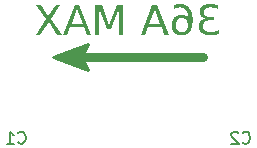
<source format=gbr>
%TF.GenerationSoftware,KiCad,Pcbnew,5.1.7*%
%TF.CreationDate,2020-10-28T23:18:40-04:00*%
%TF.ProjectId,current-sensor-backpanel,63757272-656e-4742-9d73-656e736f722d,0*%
%TF.SameCoordinates,Original*%
%TF.FileFunction,Legend,Bot*%
%TF.FilePolarity,Positive*%
%FSLAX46Y46*%
G04 Gerber Fmt 4.6, Leading zero omitted, Abs format (unit mm)*
G04 Created by KiCad (PCBNEW 5.1.7) date 2020-10-28 23:18:40*
%MOMM*%
%LPD*%
G01*
G04 APERTURE LIST*
%ADD10C,0.100000*%
%ADD11C,0.765001*%
%ADD12C,0.265000*%
%ADD13C,0.150000*%
G04 APERTURE END LIST*
D10*
%TO.C,C3*%
G36*
X175992264Y-124613348D02*
G01*
X175978473Y-124616404D01*
X175964852Y-124619638D01*
X175951401Y-124623049D01*
X175938121Y-124626639D01*
X175925010Y-124630408D01*
X175912070Y-124634354D01*
X175899300Y-124638478D01*
X175886699Y-124642781D01*
X175874269Y-124647261D01*
X175862010Y-124651920D01*
X175849920Y-124656756D01*
X175838000Y-124661771D01*
X175826251Y-124666964D01*
X175814671Y-124672335D01*
X175803262Y-124677884D01*
X175792023Y-124683612D01*
X175780954Y-124689517D01*
X175770055Y-124695600D01*
X175759326Y-124701862D01*
X175748768Y-124708301D01*
X175738379Y-124714919D01*
X175728161Y-124721715D01*
X175718113Y-124728689D01*
X175708235Y-124735841D01*
X175698527Y-124743171D01*
X175688989Y-124750679D01*
X175679621Y-124758366D01*
X175670424Y-124766230D01*
X175661396Y-124774273D01*
X175652539Y-124782493D01*
X175643852Y-124790892D01*
X175635335Y-124799469D01*
X175626988Y-124808224D01*
X175618811Y-124817157D01*
X175610804Y-124826268D01*
X175602968Y-124835557D01*
X175595230Y-124844996D01*
X175587710Y-124854558D01*
X175580407Y-124864242D01*
X175573323Y-124874049D01*
X175566457Y-124883977D01*
X175559808Y-124894028D01*
X175553378Y-124904201D01*
X175547166Y-124914497D01*
X175541171Y-124924914D01*
X175535395Y-124935454D01*
X175529837Y-124946116D01*
X175524496Y-124956901D01*
X175519374Y-124967808D01*
X175514469Y-124978837D01*
X175509783Y-124989988D01*
X175505314Y-125001262D01*
X175501064Y-125012658D01*
X175497031Y-125024176D01*
X175493217Y-125035817D01*
X175489620Y-125047579D01*
X175486241Y-125059464D01*
X175483081Y-125071472D01*
X175480138Y-125083601D01*
X175477413Y-125095853D01*
X175474906Y-125108227D01*
X175472618Y-125120724D01*
X175470547Y-125133343D01*
X175468694Y-125146084D01*
X175467059Y-125158947D01*
X175465642Y-125171932D01*
X175464444Y-125185040D01*
X175463463Y-125198270D01*
X175462700Y-125211623D01*
X175462155Y-125225098D01*
X175461828Y-125238695D01*
X175461719Y-125252414D01*
X175461805Y-125266200D01*
X175462065Y-125279872D01*
X175462498Y-125293430D01*
X175463104Y-125306875D01*
X175463883Y-125320205D01*
X175464835Y-125333422D01*
X175465960Y-125346525D01*
X175467258Y-125359514D01*
X175468730Y-125372389D01*
X175470374Y-125385150D01*
X175472192Y-125397797D01*
X175474183Y-125410330D01*
X175476347Y-125422750D01*
X175478684Y-125435055D01*
X175481194Y-125447247D01*
X175483877Y-125459325D01*
X175486733Y-125471289D01*
X175489763Y-125483139D01*
X175492965Y-125494875D01*
X175496341Y-125506497D01*
X175499889Y-125518005D01*
X175503611Y-125529400D01*
X175507506Y-125540680D01*
X175511574Y-125551847D01*
X175515815Y-125562900D01*
X175520230Y-125573839D01*
X175524817Y-125584664D01*
X175529578Y-125595375D01*
X175534511Y-125605972D01*
X175539618Y-125616455D01*
X175544898Y-125626825D01*
X175550351Y-125637080D01*
X175555977Y-125647222D01*
X175561776Y-125657250D01*
X175567748Y-125667164D01*
X175573894Y-125676964D01*
X175580212Y-125686650D01*
X175586704Y-125696222D01*
X175593368Y-125705680D01*
X175600206Y-125715025D01*
X175607217Y-125724256D01*
X175614401Y-125733372D01*
X175621758Y-125742375D01*
X175629288Y-125751264D01*
X175636992Y-125760039D01*
X175644868Y-125768700D01*
X175652918Y-125777247D01*
X175661141Y-125785681D01*
X175669536Y-125794000D01*
X175678105Y-125802206D01*
X175686847Y-125810298D01*
X175695762Y-125818275D01*
X175704851Y-125826139D01*
X175714112Y-125833889D01*
X175723546Y-125841525D01*
X175732050Y-125848195D01*
X175740668Y-125854756D01*
X175749401Y-125861208D01*
X175758248Y-125867552D01*
X175767211Y-125873787D01*
X175776288Y-125879914D01*
X175785479Y-125885933D01*
X175794786Y-125891843D01*
X175804207Y-125897645D01*
X175813743Y-125903338D01*
X175823393Y-125908923D01*
X175833159Y-125914400D01*
X175843039Y-125919767D01*
X175853033Y-125925027D01*
X175863143Y-125930178D01*
X175873367Y-125935221D01*
X175883706Y-125940155D01*
X175894159Y-125944981D01*
X175904728Y-125949698D01*
X175915411Y-125954307D01*
X175926208Y-125958807D01*
X175937121Y-125963199D01*
X175948148Y-125967483D01*
X175959290Y-125971658D01*
X175970547Y-125975724D01*
X175981918Y-125979683D01*
X175993404Y-125983532D01*
X176005005Y-125987274D01*
X176016720Y-125990906D01*
X176028550Y-125994431D01*
X176040495Y-125997847D01*
X176052555Y-126001154D01*
X176064729Y-126004353D01*
X176077018Y-126007444D01*
X176089422Y-126010426D01*
X176101941Y-126013300D01*
X176114574Y-126016065D01*
X176127322Y-126018722D01*
X176140185Y-126021271D01*
X176153162Y-126023711D01*
X176166254Y-126026042D01*
X176179461Y-126028265D01*
X176192782Y-126030380D01*
X176206219Y-126032386D01*
X176219770Y-126034284D01*
X176233435Y-126036073D01*
X176247216Y-126037754D01*
X176261111Y-126039326D01*
X176275121Y-126040790D01*
X176289245Y-126042146D01*
X176303484Y-126043393D01*
X176317838Y-126044532D01*
X176332307Y-126045562D01*
X176346890Y-126046484D01*
X176361589Y-126047297D01*
X176376401Y-126048002D01*
X176391329Y-126048598D01*
X176406371Y-126049086D01*
X176421528Y-126049466D01*
X176436800Y-126049737D01*
X176452186Y-126049900D01*
X176467687Y-126049954D01*
X176480158Y-126049905D01*
X176492659Y-126049760D01*
X176505191Y-126049518D01*
X176517754Y-126049179D01*
X176530346Y-126048744D01*
X176542970Y-126048211D01*
X176555624Y-126047582D01*
X176568309Y-126046855D01*
X176581024Y-126046032D01*
X176593770Y-126045112D01*
X176606546Y-126044096D01*
X176619353Y-126042982D01*
X176632191Y-126041772D01*
X176645059Y-126040465D01*
X176657958Y-126039061D01*
X176670887Y-126037560D01*
X176683847Y-126035962D01*
X176696837Y-126034268D01*
X176709858Y-126032476D01*
X176722910Y-126030588D01*
X176735992Y-126028603D01*
X176749105Y-126026521D01*
X176762248Y-126024343D01*
X176775422Y-126022067D01*
X176788627Y-126019695D01*
X176801862Y-126017226D01*
X176814058Y-126014969D01*
X176826285Y-126012629D01*
X176838543Y-126010206D01*
X176850832Y-126007699D01*
X176863151Y-126005109D01*
X176875501Y-126002435D01*
X176887882Y-125999677D01*
X176900293Y-125996837D01*
X176912736Y-125993912D01*
X176925209Y-125990904D01*
X176937713Y-125987813D01*
X176950247Y-125984638D01*
X176962813Y-125981380D01*
X176975409Y-125978038D01*
X176988036Y-125974613D01*
X177000693Y-125971104D01*
X177013382Y-125967511D01*
X177026101Y-125963836D01*
X177038851Y-125960076D01*
X177051632Y-125956234D01*
X177064443Y-125952307D01*
X177077285Y-125948298D01*
X177090158Y-125944204D01*
X177103062Y-125940028D01*
X177115996Y-125935767D01*
X177128962Y-125931424D01*
X177141958Y-125926997D01*
X177154984Y-125922486D01*
X177154984Y-125586589D01*
X177144229Y-125592784D01*
X177133397Y-125598867D01*
X177122490Y-125604835D01*
X177111507Y-125610690D01*
X177100449Y-125616432D01*
X177089315Y-125622061D01*
X177078105Y-125627576D01*
X177066820Y-125632977D01*
X177055459Y-125638265D01*
X177044023Y-125643440D01*
X177032511Y-125648501D01*
X177020923Y-125653449D01*
X177009260Y-125658284D01*
X176997521Y-125663005D01*
X176985707Y-125667613D01*
X176973817Y-125672107D01*
X176961851Y-125676488D01*
X176949810Y-125680755D01*
X176937693Y-125684909D01*
X176925500Y-125688949D01*
X176913232Y-125692877D01*
X176900888Y-125696690D01*
X176888469Y-125700391D01*
X176875974Y-125703977D01*
X176863404Y-125707451D01*
X176850757Y-125710811D01*
X176838035Y-125714057D01*
X176825712Y-125717079D01*
X176813349Y-125719990D01*
X176800946Y-125722791D01*
X176788503Y-125725483D01*
X176776022Y-125728064D01*
X176763500Y-125730536D01*
X176750939Y-125732898D01*
X176738339Y-125735150D01*
X176725699Y-125737292D01*
X176713019Y-125739325D01*
X176700300Y-125741247D01*
X176687541Y-125743060D01*
X176674743Y-125744763D01*
X176661905Y-125746355D01*
X176649028Y-125747839D01*
X176636111Y-125749212D01*
X176623154Y-125750475D01*
X176610158Y-125751629D01*
X176597123Y-125752672D01*
X176584047Y-125753606D01*
X176570933Y-125754430D01*
X176557779Y-125755144D01*
X176544585Y-125755748D01*
X176531351Y-125756243D01*
X176518079Y-125756627D01*
X176504766Y-125756902D01*
X176491414Y-125757067D01*
X176478023Y-125757121D01*
X176462151Y-125757045D01*
X176446466Y-125756814D01*
X176430967Y-125756430D01*
X176415654Y-125755892D01*
X176400529Y-125755200D01*
X176385589Y-125754355D01*
X176370836Y-125753356D01*
X176356270Y-125752203D01*
X176341890Y-125750896D01*
X176327697Y-125749436D01*
X176313690Y-125747822D01*
X176299870Y-125746055D01*
X176286236Y-125744133D01*
X176272788Y-125742058D01*
X176259528Y-125739829D01*
X176246453Y-125737447D01*
X176233565Y-125734911D01*
X176220864Y-125732221D01*
X176208349Y-125729377D01*
X176196021Y-125726380D01*
X176183879Y-125723229D01*
X176171923Y-125719924D01*
X176160155Y-125716466D01*
X176148572Y-125712854D01*
X176137176Y-125709088D01*
X176125967Y-125705168D01*
X176114944Y-125701095D01*
X176104108Y-125696868D01*
X176093458Y-125692487D01*
X176082994Y-125687953D01*
X176072718Y-125683265D01*
X176062627Y-125678423D01*
X176052723Y-125673428D01*
X176043006Y-125668279D01*
X176033475Y-125662976D01*
X176024131Y-125657519D01*
X176014973Y-125651909D01*
X176006001Y-125646145D01*
X175997216Y-125640227D01*
X175988618Y-125634155D01*
X175980206Y-125627930D01*
X175970504Y-125620452D01*
X175961082Y-125612783D01*
X175951942Y-125604923D01*
X175943083Y-125596871D01*
X175934506Y-125588628D01*
X175926209Y-125580194D01*
X175918194Y-125571569D01*
X175910460Y-125562752D01*
X175903008Y-125553744D01*
X175895836Y-125544545D01*
X175888946Y-125535155D01*
X175882337Y-125525573D01*
X175876009Y-125515800D01*
X175869963Y-125505836D01*
X175864198Y-125495681D01*
X175858714Y-125485334D01*
X175853511Y-125474796D01*
X175848589Y-125464067D01*
X175843949Y-125453147D01*
X175839590Y-125442036D01*
X175835512Y-125430733D01*
X175831715Y-125419239D01*
X175828200Y-125407554D01*
X175824966Y-125395677D01*
X175822013Y-125383610D01*
X175819341Y-125371351D01*
X175816951Y-125358901D01*
X175814841Y-125346259D01*
X175813013Y-125333427D01*
X175811467Y-125320403D01*
X175810201Y-125307188D01*
X175809217Y-125293781D01*
X175808514Y-125280184D01*
X175808092Y-125266395D01*
X175807951Y-125252415D01*
X175808098Y-125238726D01*
X175808540Y-125225221D01*
X175809275Y-125211899D01*
X175810305Y-125198761D01*
X175811629Y-125185806D01*
X175813247Y-125173035D01*
X175815159Y-125160447D01*
X175817366Y-125148043D01*
X175819867Y-125135822D01*
X175822662Y-125123785D01*
X175825751Y-125111931D01*
X175829134Y-125100261D01*
X175832812Y-125088774D01*
X175836784Y-125077471D01*
X175841050Y-125066351D01*
X175845610Y-125055415D01*
X175850464Y-125044662D01*
X175855613Y-125034092D01*
X175861056Y-125023706D01*
X175866793Y-125013504D01*
X175872824Y-125003485D01*
X175879150Y-124993650D01*
X175885770Y-124983998D01*
X175892684Y-124974529D01*
X175899892Y-124965244D01*
X175907394Y-124956143D01*
X175915191Y-124947225D01*
X175923281Y-124938490D01*
X175931666Y-124929939D01*
X175940345Y-124921572D01*
X175949319Y-124913388D01*
X175958586Y-124905387D01*
X175968148Y-124897570D01*
X175976806Y-124890681D01*
X175985648Y-124883981D01*
X175994674Y-124877469D01*
X176003883Y-124871147D01*
X176013276Y-124865013D01*
X176022852Y-124859067D01*
X176032612Y-124853311D01*
X176042556Y-124847743D01*
X176052684Y-124842364D01*
X176062995Y-124837174D01*
X176073491Y-124832172D01*
X176084169Y-124827359D01*
X176095032Y-124822735D01*
X176106078Y-124818300D01*
X176117308Y-124814053D01*
X176128722Y-124809996D01*
X176140319Y-124806126D01*
X176152100Y-124802446D01*
X176164065Y-124798954D01*
X176176213Y-124795652D01*
X176188545Y-124792537D01*
X176201061Y-124789612D01*
X176213761Y-124786875D01*
X176226644Y-124784327D01*
X176239711Y-124781968D01*
X176252961Y-124779798D01*
X176266396Y-124777816D01*
X176280014Y-124776023D01*
X176293816Y-124774419D01*
X176307801Y-124773003D01*
X176321970Y-124771776D01*
X176336323Y-124770738D01*
X176350860Y-124769889D01*
X176365580Y-124769228D01*
X176380484Y-124768756D01*
X176395572Y-124768473D01*
X176410843Y-124768379D01*
X176710567Y-124768379D01*
X176710567Y-124482435D01*
X176397063Y-124482435D01*
X176381619Y-124482342D01*
X176366396Y-124482062D01*
X176351394Y-124481595D01*
X176336614Y-124480942D01*
X176322055Y-124480102D01*
X176307718Y-124479075D01*
X176293602Y-124477862D01*
X176279708Y-124476462D01*
X176266035Y-124474876D01*
X176252584Y-124473102D01*
X176239354Y-124471143D01*
X176226346Y-124468996D01*
X176213559Y-124466663D01*
X176200993Y-124464143D01*
X176188649Y-124461437D01*
X176176526Y-124458544D01*
X176164625Y-124455464D01*
X176152945Y-124452198D01*
X176141487Y-124448745D01*
X176130250Y-124445105D01*
X176119234Y-124441279D01*
X176108440Y-124437266D01*
X176097868Y-124433066D01*
X176087517Y-124428680D01*
X176077387Y-124424107D01*
X176067479Y-124419348D01*
X176057792Y-124414402D01*
X176048327Y-124409269D01*
X176039083Y-124403949D01*
X176030060Y-124398443D01*
X176021259Y-124392750D01*
X176012680Y-124386871D01*
X176004322Y-124380805D01*
X175994775Y-124373308D01*
X175985576Y-124365583D01*
X175976724Y-124357630D01*
X175968219Y-124349447D01*
X175960061Y-124341037D01*
X175952250Y-124332398D01*
X175944786Y-124323530D01*
X175937670Y-124314434D01*
X175930900Y-124305109D01*
X175924478Y-124295556D01*
X175918403Y-124285775D01*
X175912675Y-124275765D01*
X175907294Y-124265526D01*
X175902261Y-124255059D01*
X175897574Y-124244363D01*
X175893235Y-124233439D01*
X175889243Y-124222287D01*
X175885598Y-124210905D01*
X175882300Y-124199296D01*
X175879349Y-124187458D01*
X175876746Y-124175391D01*
X175874489Y-124163096D01*
X175872580Y-124150572D01*
X175871018Y-124137820D01*
X175869803Y-124124840D01*
X175868935Y-124111631D01*
X175868414Y-124098193D01*
X175868240Y-124084527D01*
X175868408Y-124070976D01*
X175868912Y-124057646D01*
X175869752Y-124044538D01*
X175870928Y-124031650D01*
X175872439Y-124018984D01*
X175874287Y-124006539D01*
X175876470Y-123994315D01*
X175878990Y-123982313D01*
X175881845Y-123970531D01*
X175885036Y-123958971D01*
X175888563Y-123947632D01*
X175892426Y-123936515D01*
X175896625Y-123925618D01*
X175901159Y-123914943D01*
X175906030Y-123904489D01*
X175911237Y-123894256D01*
X175916779Y-123884244D01*
X175922657Y-123874454D01*
X175928872Y-123864884D01*
X175935422Y-123855536D01*
X175942308Y-123846409D01*
X175949530Y-123837504D01*
X175957088Y-123828819D01*
X175964982Y-123820356D01*
X175973212Y-123812114D01*
X175981777Y-123804093D01*
X175990679Y-123796294D01*
X175999916Y-123788715D01*
X176009489Y-123781358D01*
X176017803Y-123775168D01*
X176026328Y-123769163D01*
X176035064Y-123763343D01*
X176044012Y-123757707D01*
X176053172Y-123752256D01*
X176062543Y-123746990D01*
X176072126Y-123741909D01*
X176081920Y-123737013D01*
X176091926Y-123732301D01*
X176102144Y-123727774D01*
X176112573Y-123723432D01*
X176123213Y-123719275D01*
X176134066Y-123715302D01*
X176145130Y-123711514D01*
X176156405Y-123707911D01*
X176167892Y-123704493D01*
X176179591Y-123701259D01*
X176191501Y-123698211D01*
X176203623Y-123695347D01*
X176215957Y-123692668D01*
X176228502Y-123690173D01*
X176241259Y-123687863D01*
X176254227Y-123685739D01*
X176267407Y-123683798D01*
X176280798Y-123682043D01*
X176294401Y-123680473D01*
X176308216Y-123679087D01*
X176322242Y-123677886D01*
X176336480Y-123676870D01*
X176350930Y-123676038D01*
X176365591Y-123675391D01*
X176380463Y-123674929D01*
X176395547Y-123674652D01*
X176410843Y-123674560D01*
X176422793Y-123674614D01*
X176434815Y-123674775D01*
X176446909Y-123675044D01*
X176459075Y-123675421D01*
X176471312Y-123675906D01*
X176483621Y-123676498D01*
X176496002Y-123677198D01*
X176508454Y-123678005D01*
X176520979Y-123678921D01*
X176533575Y-123679944D01*
X176546243Y-123681074D01*
X176558983Y-123682312D01*
X176571794Y-123683658D01*
X176584677Y-123685112D01*
X176597632Y-123686673D01*
X176610659Y-123688342D01*
X176623758Y-123690119D01*
X176636928Y-123692003D01*
X176650170Y-123693995D01*
X176663484Y-123696095D01*
X176676869Y-123698302D01*
X176690327Y-123700617D01*
X176703856Y-123703040D01*
X176717457Y-123705570D01*
X176728782Y-123707749D01*
X176740184Y-123710011D01*
X176751664Y-123712354D01*
X176763222Y-123714780D01*
X176774858Y-123717287D01*
X176786572Y-123719876D01*
X176798364Y-123722547D01*
X176810233Y-123725300D01*
X176822180Y-123728135D01*
X176834205Y-123731051D01*
X176846308Y-123734050D01*
X176858489Y-123737130D01*
X176870748Y-123740293D01*
X176883084Y-123743537D01*
X176895498Y-123746863D01*
X176907990Y-123750271D01*
X176920560Y-123753761D01*
X176933208Y-123757333D01*
X176945933Y-123760987D01*
X176958737Y-123764723D01*
X176971618Y-123768540D01*
X176984577Y-123772440D01*
X176997614Y-123776421D01*
X177010729Y-123780485D01*
X177023921Y-123784630D01*
X177037192Y-123788857D01*
X177050540Y-123793166D01*
X177063966Y-123797557D01*
X177077470Y-123802030D01*
X177077470Y-123491971D01*
X177063839Y-123488202D01*
X177050269Y-123484499D01*
X177036762Y-123480862D01*
X177023315Y-123477290D01*
X177009930Y-123473783D01*
X176996606Y-123470342D01*
X176983344Y-123466967D01*
X176970143Y-123463657D01*
X176957004Y-123460413D01*
X176943926Y-123457234D01*
X176930910Y-123454121D01*
X176917955Y-123451073D01*
X176905061Y-123448091D01*
X176892229Y-123445175D01*
X176879459Y-123442324D01*
X176866749Y-123439538D01*
X176854102Y-123436818D01*
X176841515Y-123434164D01*
X176828991Y-123431575D01*
X176816527Y-123429052D01*
X176804125Y-123426594D01*
X176791785Y-123424201D01*
X176779506Y-123421875D01*
X176767288Y-123419614D01*
X176755132Y-123417418D01*
X176743037Y-123415288D01*
X176731004Y-123413223D01*
X176719032Y-123411224D01*
X176707122Y-123409291D01*
X176693237Y-123407130D01*
X176679418Y-123405058D01*
X176665665Y-123403073D01*
X176651978Y-123401177D01*
X176638358Y-123399369D01*
X176624803Y-123397650D01*
X176611315Y-123396018D01*
X176597893Y-123394475D01*
X176584537Y-123393019D01*
X176571247Y-123391652D01*
X176558023Y-123390374D01*
X176544866Y-123389183D01*
X176531775Y-123388081D01*
X176518749Y-123387067D01*
X176505790Y-123386140D01*
X176492897Y-123385303D01*
X176480071Y-123384553D01*
X176467310Y-123383892D01*
X176454615Y-123383318D01*
X176441987Y-123382833D01*
X176429425Y-123382436D01*
X176416929Y-123382128D01*
X176404499Y-123381907D01*
X176392135Y-123381775D01*
X176379837Y-123381731D01*
X176364946Y-123381795D01*
X176350172Y-123381988D01*
X176335516Y-123382310D01*
X176320978Y-123382761D01*
X176306557Y-123383341D01*
X176292254Y-123384049D01*
X176278069Y-123384886D01*
X176264002Y-123385852D01*
X176250052Y-123386946D01*
X176236220Y-123388170D01*
X176222506Y-123389522D01*
X176208910Y-123391003D01*
X176195431Y-123392613D01*
X176182070Y-123394351D01*
X176168827Y-123396218D01*
X176155701Y-123398214D01*
X176142694Y-123400339D01*
X176129804Y-123402593D01*
X176117031Y-123404975D01*
X176104377Y-123407486D01*
X176091840Y-123410126D01*
X176079421Y-123412895D01*
X176067120Y-123415792D01*
X176054936Y-123418819D01*
X176042870Y-123421974D01*
X176030922Y-123425257D01*
X176019092Y-123428670D01*
X176007379Y-123432211D01*
X175995784Y-123435882D01*
X175984307Y-123439680D01*
X175972948Y-123443608D01*
X175961706Y-123447665D01*
X175950582Y-123451850D01*
X175939576Y-123456164D01*
X175928688Y-123460607D01*
X175917917Y-123465178D01*
X175907264Y-123469879D01*
X175896729Y-123474708D01*
X175886312Y-123479666D01*
X175876012Y-123484752D01*
X175865830Y-123489968D01*
X175855766Y-123495312D01*
X175845819Y-123500785D01*
X175835990Y-123506387D01*
X175826279Y-123512117D01*
X175816686Y-123517977D01*
X175807210Y-123523965D01*
X175797853Y-123530082D01*
X175788613Y-123536327D01*
X175779490Y-123542702D01*
X175770486Y-123549205D01*
X175761599Y-123555837D01*
X175752830Y-123562598D01*
X175742903Y-123570447D01*
X175733195Y-123578417D01*
X175723704Y-123586507D01*
X175714432Y-123594717D01*
X175705378Y-123603048D01*
X175696542Y-123611500D01*
X175687925Y-123620072D01*
X175679525Y-123628765D01*
X175671344Y-123637578D01*
X175663381Y-123646511D01*
X175655636Y-123655565D01*
X175648109Y-123664739D01*
X175640801Y-123674034D01*
X175633710Y-123683450D01*
X175626838Y-123692986D01*
X175620184Y-123702642D01*
X175613748Y-123712419D01*
X175607530Y-123722316D01*
X175601530Y-123732334D01*
X175595749Y-123742472D01*
X175590186Y-123752731D01*
X175584840Y-123763110D01*
X175579713Y-123773610D01*
X175574805Y-123784230D01*
X175570114Y-123794971D01*
X175565642Y-123805832D01*
X175561387Y-123816814D01*
X175557351Y-123827916D01*
X175553533Y-123839139D01*
X175549934Y-123850482D01*
X175546552Y-123861945D01*
X175543389Y-123873529D01*
X175540443Y-123885234D01*
X175537716Y-123897059D01*
X175535207Y-123909005D01*
X175532916Y-123921071D01*
X175530844Y-123933257D01*
X175528989Y-123945564D01*
X175527353Y-123957991D01*
X175525935Y-123970539D01*
X175524735Y-123983208D01*
X175523753Y-123995997D01*
X175522990Y-124008906D01*
X175522444Y-124021936D01*
X175522117Y-124035086D01*
X175522008Y-124048357D01*
X175522135Y-124062069D01*
X175522517Y-124075645D01*
X175523153Y-124089085D01*
X175524044Y-124102389D01*
X175525190Y-124115556D01*
X175526590Y-124128587D01*
X175528244Y-124141482D01*
X175530153Y-124154241D01*
X175532317Y-124166863D01*
X175534735Y-124179349D01*
X175537407Y-124191699D01*
X175540334Y-124203913D01*
X175543516Y-124215991D01*
X175546952Y-124227932D01*
X175550643Y-124239737D01*
X175554588Y-124251406D01*
X175558787Y-124262939D01*
X175563242Y-124274335D01*
X175567951Y-124285595D01*
X175572914Y-124296719D01*
X175578132Y-124307707D01*
X175583604Y-124318559D01*
X175589331Y-124329274D01*
X175595312Y-124339853D01*
X175601548Y-124350296D01*
X175608039Y-124360602D01*
X175614784Y-124370773D01*
X175621783Y-124380807D01*
X175629037Y-124390705D01*
X175636546Y-124400466D01*
X175644309Y-124410092D01*
X175651816Y-124418883D01*
X175659513Y-124427510D01*
X175667400Y-124435973D01*
X175675476Y-124444271D01*
X175683743Y-124452404D01*
X175692199Y-124460373D01*
X175700845Y-124468178D01*
X175709681Y-124475818D01*
X175718706Y-124483293D01*
X175727922Y-124490604D01*
X175737327Y-124497751D01*
X175746922Y-124504733D01*
X175756707Y-124511550D01*
X175766681Y-124518203D01*
X175776846Y-124524691D01*
X175787200Y-124531015D01*
X175797744Y-124537175D01*
X175808478Y-124543170D01*
X175819402Y-124549000D01*
X175830515Y-124554666D01*
X175841819Y-124560167D01*
X175853312Y-124565504D01*
X175864995Y-124570677D01*
X175876867Y-124575685D01*
X175888930Y-124580528D01*
X175901182Y-124585207D01*
X175913625Y-124589721D01*
X175926257Y-124594071D01*
X175939079Y-124598256D01*
X175952090Y-124602277D01*
X175965292Y-124606134D01*
X175978683Y-124609826D01*
X175992264Y-124613353D01*
X175992264Y-124613348D01*
G37*
G36*
X174014778Y-124575452D02*
G01*
X174563442Y-124577471D01*
X174555417Y-124567049D01*
X174547251Y-124556820D01*
X174538943Y-124546784D01*
X174530494Y-124536943D01*
X174521902Y-124527295D01*
X174513169Y-124517841D01*
X174504294Y-124508581D01*
X174495277Y-124499515D01*
X174486118Y-124490642D01*
X174476818Y-124481963D01*
X174467376Y-124473478D01*
X174457792Y-124465187D01*
X174448066Y-124457089D01*
X174438199Y-124449185D01*
X174428190Y-124441475D01*
X174418039Y-124433959D01*
X174407746Y-124426636D01*
X174397311Y-124419507D01*
X174386735Y-124412572D01*
X174376017Y-124405831D01*
X174365157Y-124399283D01*
X174354156Y-124392929D01*
X174343012Y-124386769D01*
X174331727Y-124380803D01*
X174320737Y-124375123D01*
X174309668Y-124369650D01*
X174298520Y-124364384D01*
X174287292Y-124359324D01*
X174275986Y-124354470D01*
X174264600Y-124349823D01*
X174253136Y-124345383D01*
X174241592Y-124341149D01*
X174229969Y-124337122D01*
X174218267Y-124333301D01*
X174206486Y-124329687D01*
X174194626Y-124326279D01*
X174182687Y-124323078D01*
X174170669Y-124320083D01*
X174158571Y-124317295D01*
X174146395Y-124314713D01*
X174134139Y-124312338D01*
X174121805Y-124310170D01*
X174109391Y-124308207D01*
X174096898Y-124306452D01*
X174084326Y-124304903D01*
X174071675Y-124303561D01*
X174058945Y-124302425D01*
X174046135Y-124301495D01*
X174033247Y-124300772D01*
X174020280Y-124300256D01*
X174007233Y-124299946D01*
X173994107Y-124299843D01*
X173979809Y-124299924D01*
X173965623Y-124300167D01*
X173951549Y-124300571D01*
X173937587Y-124301138D01*
X173923737Y-124301866D01*
X173910000Y-124302756D01*
X173896375Y-124303809D01*
X173882862Y-124305022D01*
X173869462Y-124306398D01*
X173856174Y-124307936D01*
X173842997Y-124309635D01*
X173829934Y-124311497D01*
X173816982Y-124313520D01*
X173804143Y-124315705D01*
X173791415Y-124318052D01*
X173778801Y-124320561D01*
X173766298Y-124323231D01*
X173753908Y-124326064D01*
X173741629Y-124329058D01*
X173729463Y-124332215D01*
X173717410Y-124335533D01*
X173705468Y-124339013D01*
X173693639Y-124342654D01*
X173681922Y-124346458D01*
X173670317Y-124350424D01*
X173658825Y-124354551D01*
X173647444Y-124358840D01*
X173636176Y-124363291D01*
X173625021Y-124367904D01*
X173613977Y-124372679D01*
X173603046Y-124377616D01*
X173592227Y-124382714D01*
X173581520Y-124387975D01*
X173570925Y-124393397D01*
X173560443Y-124398981D01*
X173550073Y-124404727D01*
X173539815Y-124410635D01*
X173529669Y-124416704D01*
X173519636Y-124422936D01*
X173509714Y-124429329D01*
X173499905Y-124435885D01*
X173490209Y-124442602D01*
X173480624Y-124449481D01*
X173471152Y-124456522D01*
X173461792Y-124463724D01*
X173452544Y-124471089D01*
X173443409Y-124478615D01*
X173434385Y-124486303D01*
X173425474Y-124494154D01*
X173416675Y-124502166D01*
X173407989Y-124510339D01*
X173399414Y-124518675D01*
X173390952Y-124527173D01*
X173382602Y-124535832D01*
X173374615Y-124544253D01*
X173366772Y-124552783D01*
X173359073Y-124561421D01*
X173351518Y-124570169D01*
X173344106Y-124579025D01*
X173336839Y-124587990D01*
X173329715Y-124597063D01*
X173322735Y-124606246D01*
X173315899Y-124615537D01*
X173309207Y-124624937D01*
X173302659Y-124634445D01*
X173296255Y-124644063D01*
X173289995Y-124653789D01*
X173283879Y-124663624D01*
X173277907Y-124673567D01*
X173272078Y-124683620D01*
X173266394Y-124693781D01*
X173260853Y-124704051D01*
X173255456Y-124714430D01*
X173250204Y-124724917D01*
X173245095Y-124735513D01*
X173240130Y-124746218D01*
X173235309Y-124757032D01*
X173230632Y-124767955D01*
X173226098Y-124778986D01*
X173221709Y-124790126D01*
X173217464Y-124801375D01*
X173213362Y-124812732D01*
X173209404Y-124824198D01*
X173205591Y-124835773D01*
X173201921Y-124847457D01*
X173198395Y-124859250D01*
X173195013Y-124871151D01*
X173191775Y-124883161D01*
X173188681Y-124895280D01*
X173185731Y-124907507D01*
X173182925Y-124919844D01*
X173180262Y-124932289D01*
X173177744Y-124944843D01*
X173175369Y-124957505D01*
X173173139Y-124970277D01*
X173171052Y-124983157D01*
X173169109Y-124996146D01*
X173167310Y-125009243D01*
X173165655Y-125022450D01*
X173164144Y-125035765D01*
X173162777Y-125049189D01*
X173161554Y-125062721D01*
X173160474Y-125076363D01*
X173159539Y-125090113D01*
X173158747Y-125103972D01*
X173158100Y-125117940D01*
X173157596Y-125132016D01*
X173157236Y-125146201D01*
X173157021Y-125160495D01*
X173156949Y-125174898D01*
X173157023Y-125188998D01*
X173157247Y-125202997D01*
X173157621Y-125216897D01*
X173158144Y-125230696D01*
X173158816Y-125244396D01*
X173159638Y-125257996D01*
X173160609Y-125271495D01*
X173161730Y-125284895D01*
X173162999Y-125298195D01*
X173164419Y-125311395D01*
X173165988Y-125324495D01*
X173167706Y-125337494D01*
X173169573Y-125350394D01*
X173171590Y-125363194D01*
X173173757Y-125375894D01*
X173176072Y-125388494D01*
X173178538Y-125400994D01*
X173181152Y-125413394D01*
X173183916Y-125425694D01*
X173186830Y-125437894D01*
X173189892Y-125449995D01*
X173193105Y-125461995D01*
X173196466Y-125473895D01*
X173199977Y-125485695D01*
X173203638Y-125497395D01*
X173207447Y-125508996D01*
X173211407Y-125520496D01*
X173215515Y-125531896D01*
X173219773Y-125543197D01*
X173224181Y-125554397D01*
X173228738Y-125565498D01*
X173233444Y-125576498D01*
X173238300Y-125587399D01*
X173243305Y-125598199D01*
X173248459Y-125608900D01*
X173253763Y-125619500D01*
X173259216Y-125630001D01*
X173264819Y-125640402D01*
X173270571Y-125650702D01*
X173276472Y-125660903D01*
X173282523Y-125671004D01*
X173288724Y-125681004D01*
X173295073Y-125690905D01*
X173301572Y-125700706D01*
X173308221Y-125710407D01*
X173315019Y-125720008D01*
X173321966Y-125729509D01*
X173329063Y-125738910D01*
X173336309Y-125748211D01*
X173343705Y-125757412D01*
X173351250Y-125766513D01*
X173358944Y-125775514D01*
X173366788Y-125784415D01*
X173374781Y-125793216D01*
X173382923Y-125801917D01*
X173391215Y-125810519D01*
X173399785Y-125819146D01*
X173408458Y-125827615D01*
X173417233Y-125835926D01*
X173426110Y-125844079D01*
X173435090Y-125852073D01*
X173444173Y-125859909D01*
X173453358Y-125867587D01*
X173462646Y-125875106D01*
X173472036Y-125882468D01*
X173481528Y-125889670D01*
X173491123Y-125896715D01*
X173500821Y-125903601D01*
X173510621Y-125910329D01*
X173520523Y-125916899D01*
X173530528Y-125923310D01*
X173540636Y-125929563D01*
X173550846Y-125935658D01*
X173561158Y-125941594D01*
X173571573Y-125947372D01*
X173582091Y-125952992D01*
X173592711Y-125958453D01*
X173603433Y-125963757D01*
X173614258Y-125968901D01*
X173625186Y-125973888D01*
X173636216Y-125978716D01*
X173647348Y-125983386D01*
X173658583Y-125987898D01*
X173669921Y-125992251D01*
X173681361Y-125996446D01*
X173692903Y-126000483D01*
X173704548Y-126004361D01*
X173716296Y-126008082D01*
X173728146Y-126011643D01*
X173740098Y-126015047D01*
X173752153Y-126018292D01*
X173764311Y-126021379D01*
X173776571Y-126024308D01*
X173788933Y-126027078D01*
X173801398Y-126029690D01*
X173813966Y-126032144D01*
X173826636Y-126034439D01*
X173839408Y-126036576D01*
X173852283Y-126038555D01*
X173865261Y-126040376D01*
X173878341Y-126042038D01*
X173891523Y-126043542D01*
X173904808Y-126044887D01*
X173918196Y-126046074D01*
X173931686Y-126047103D01*
X173945278Y-126047974D01*
X173958973Y-126048686D01*
X173972771Y-126049241D01*
X173986671Y-126049636D01*
X174000673Y-126049874D01*
X174014778Y-126049953D01*
X174028249Y-126049875D01*
X174041624Y-126049640D01*
X174054902Y-126049248D01*
X174068084Y-126048700D01*
X174081169Y-126047995D01*
X174094158Y-126047134D01*
X174107050Y-126046116D01*
X174119846Y-126044942D01*
X174132545Y-126043611D01*
X174145148Y-126042123D01*
X174157654Y-126040479D01*
X174170064Y-126038678D01*
X174182377Y-126036721D01*
X174194594Y-126034607D01*
X174206714Y-126032336D01*
X174218738Y-126029909D01*
X174230665Y-126027325D01*
X174242496Y-126024584D01*
X174254230Y-126021687D01*
X174265868Y-126018634D01*
X174277410Y-126015424D01*
X174288855Y-126012057D01*
X174300203Y-126008533D01*
X174311455Y-126004853D01*
X174322610Y-126001017D01*
X174333669Y-125997024D01*
X174344632Y-125992874D01*
X174355498Y-125988568D01*
X174366267Y-125984105D01*
X174376940Y-125979485D01*
X174387517Y-125974709D01*
X174397997Y-125969776D01*
X174408380Y-125964687D01*
X174418667Y-125959441D01*
X174428858Y-125954038D01*
X174438952Y-125948479D01*
X174448950Y-125942763D01*
X174458851Y-125936891D01*
X174468655Y-125930862D01*
X174478363Y-125924677D01*
X174487975Y-125918334D01*
X174497490Y-125911836D01*
X174506909Y-125905180D01*
X174516231Y-125898369D01*
X174525457Y-125891400D01*
X174534586Y-125884275D01*
X174543619Y-125876993D01*
X174552555Y-125869555D01*
X174561395Y-125861960D01*
X174570138Y-125854209D01*
X174578785Y-125846301D01*
X174587335Y-125838236D01*
X174595789Y-125830015D01*
X174604146Y-125821637D01*
X174612407Y-125813102D01*
X174620571Y-125804411D01*
X174628639Y-125795564D01*
X174636610Y-125786559D01*
X174644485Y-125777399D01*
X174652263Y-125768081D01*
X174659945Y-125758607D01*
X174667531Y-125748977D01*
X174675020Y-125739189D01*
X174682412Y-125729246D01*
X174689708Y-125719145D01*
X174696907Y-125708888D01*
X174702698Y-125700378D01*
X174708417Y-125691774D01*
X174714064Y-125683076D01*
X174719639Y-125674285D01*
X174725143Y-125665400D01*
X174730574Y-125656423D01*
X174735933Y-125647351D01*
X174741220Y-125638186D01*
X174746436Y-125628928D01*
X174751579Y-125619576D01*
X174756651Y-125610131D01*
X174761651Y-125600592D01*
X174766578Y-125590960D01*
X174771434Y-125581234D01*
X174776218Y-125571415D01*
X174780930Y-125561503D01*
X174785570Y-125551496D01*
X174790138Y-125541397D01*
X174794634Y-125531204D01*
X174799058Y-125520917D01*
X174803410Y-125510538D01*
X174807690Y-125500064D01*
X174811899Y-125489497D01*
X174816035Y-125478837D01*
X174820099Y-125468083D01*
X174824092Y-125457236D01*
X174828012Y-125446295D01*
X174831861Y-125435261D01*
X174835638Y-125424133D01*
X174839342Y-125412912D01*
X174842975Y-125401598D01*
X174846536Y-125390190D01*
X174850025Y-125378688D01*
X174853442Y-125367093D01*
X174856787Y-125355405D01*
X174860060Y-125343623D01*
X174863262Y-125331747D01*
X174866391Y-125319779D01*
X174869448Y-125307716D01*
X174872433Y-125295560D01*
X174875347Y-125283311D01*
X174878188Y-125270969D01*
X174880958Y-125258532D01*
X174883656Y-125246003D01*
X174886281Y-125233380D01*
X174888835Y-125220663D01*
X174891317Y-125207853D01*
X174893727Y-125194950D01*
X174896065Y-125181953D01*
X174898331Y-125168862D01*
X174900525Y-125155678D01*
X174902647Y-125142401D01*
X174904697Y-125129030D01*
X174906675Y-125115566D01*
X174908582Y-125102008D01*
X174910416Y-125088357D01*
X174912179Y-125074612D01*
X174913869Y-125060774D01*
X174915488Y-125046842D01*
X174917034Y-125032817D01*
X174918509Y-125018699D01*
X174919912Y-125004487D01*
X174921243Y-124990181D01*
X174922502Y-124975782D01*
X174923689Y-124961290D01*
X174924804Y-124946704D01*
X174925847Y-124932025D01*
X174926818Y-124917252D01*
X174927717Y-124902386D01*
X174928544Y-124887426D01*
X174929300Y-124872373D01*
X174929983Y-124857226D01*
X174930595Y-124841986D01*
X174931134Y-124826652D01*
X174931602Y-124811225D01*
X174931997Y-124795705D01*
X174932321Y-124780091D01*
X174932573Y-124764383D01*
X174932753Y-124748582D01*
X174932861Y-124732688D01*
X174932896Y-124716700D01*
X174932853Y-124701864D01*
X174932724Y-124687102D01*
X174932509Y-124672414D01*
X174932208Y-124657799D01*
X174931821Y-124643259D01*
X174931347Y-124628792D01*
X174930788Y-124614398D01*
X174930142Y-124600079D01*
X174929410Y-124585833D01*
X174928593Y-124571662D01*
X174927689Y-124557564D01*
X174926699Y-124543539D01*
X174925623Y-124529589D01*
X174924461Y-124515712D01*
X174923213Y-124501909D01*
X174921879Y-124488180D01*
X174920458Y-124474525D01*
X174918952Y-124460943D01*
X174917360Y-124447435D01*
X174915681Y-124434001D01*
X174913917Y-124420641D01*
X174912066Y-124407355D01*
X174910129Y-124394142D01*
X174908107Y-124381003D01*
X174905998Y-124367938D01*
X174903803Y-124354946D01*
X174901522Y-124342029D01*
X174899155Y-124329185D01*
X174896701Y-124316415D01*
X174894162Y-124303719D01*
X174891537Y-124291096D01*
X174888825Y-124278548D01*
X174886028Y-124266073D01*
X174883144Y-124253672D01*
X174880175Y-124241344D01*
X174877119Y-124229091D01*
X174873977Y-124216911D01*
X174870749Y-124204805D01*
X174867436Y-124192773D01*
X174864036Y-124180814D01*
X174860549Y-124168930D01*
X174856977Y-124157119D01*
X174853319Y-124145382D01*
X174849575Y-124133718D01*
X174845744Y-124122129D01*
X174841828Y-124110613D01*
X174837825Y-124099171D01*
X174833737Y-124087803D01*
X174829562Y-124076509D01*
X174825301Y-124065288D01*
X174820954Y-124054141D01*
X174816521Y-124043068D01*
X174812002Y-124032069D01*
X174807397Y-124021143D01*
X174802706Y-124010291D01*
X174797929Y-123999513D01*
X174793066Y-123988809D01*
X174788116Y-123978179D01*
X174783081Y-123967622D01*
X174777959Y-123957139D01*
X174772752Y-123946730D01*
X174767458Y-123936395D01*
X174762078Y-123926134D01*
X174756612Y-123915946D01*
X174751061Y-123905832D01*
X174745423Y-123895792D01*
X174739698Y-123885825D01*
X174733888Y-123875933D01*
X174727992Y-123866114D01*
X174722010Y-123856369D01*
X174715941Y-123846698D01*
X174709787Y-123837100D01*
X174703546Y-123827576D01*
X174697220Y-123818126D01*
X174690807Y-123808750D01*
X174684308Y-123799448D01*
X174677724Y-123790219D01*
X174671053Y-123781064D01*
X174664296Y-123771983D01*
X174657453Y-123762976D01*
X174650524Y-123754043D01*
X174643508Y-123745183D01*
X174635432Y-123735157D01*
X174627278Y-123725271D01*
X174619049Y-123715526D01*
X174610743Y-123705921D01*
X174602360Y-123696456D01*
X174593901Y-123687131D01*
X174585366Y-123677946D01*
X174576754Y-123668902D01*
X174568066Y-123659998D01*
X174559301Y-123651234D01*
X174550460Y-123642610D01*
X174541543Y-123634126D01*
X174532549Y-123625783D01*
X174523479Y-123617580D01*
X174514332Y-123609517D01*
X174505109Y-123601595D01*
X174495809Y-123593812D01*
X174486433Y-123586170D01*
X174476981Y-123578668D01*
X174467452Y-123571306D01*
X174457847Y-123564085D01*
X174448165Y-123557004D01*
X174438407Y-123550063D01*
X174428572Y-123543262D01*
X174418662Y-123536601D01*
X174408674Y-123530081D01*
X174398610Y-123523701D01*
X174388470Y-123517461D01*
X174378253Y-123511361D01*
X174367960Y-123505402D01*
X174357591Y-123499582D01*
X174347145Y-123493903D01*
X174336622Y-123488365D01*
X174326024Y-123482966D01*
X174315348Y-123477708D01*
X174304597Y-123472589D01*
X174293769Y-123467612D01*
X174282864Y-123462774D01*
X174271883Y-123458076D01*
X174260826Y-123453519D01*
X174249692Y-123449102D01*
X174238482Y-123444825D01*
X174227195Y-123440689D01*
X174215832Y-123436692D01*
X174204393Y-123432836D01*
X174192877Y-123429120D01*
X174181285Y-123425545D01*
X174169616Y-123422109D01*
X174157871Y-123418814D01*
X174146049Y-123415659D01*
X174134151Y-123412644D01*
X174122177Y-123409770D01*
X174110126Y-123407035D01*
X174097999Y-123404441D01*
X174085795Y-123401987D01*
X174073515Y-123399674D01*
X174061158Y-123397500D01*
X174048725Y-123395467D01*
X174036216Y-123393574D01*
X174023630Y-123391821D01*
X174010968Y-123390208D01*
X173998229Y-123388736D01*
X173985414Y-123387404D01*
X173972522Y-123386212D01*
X173959554Y-123385160D01*
X173946510Y-123384249D01*
X173933389Y-123383478D01*
X173920192Y-123382847D01*
X173906918Y-123382356D01*
X173893568Y-123382005D01*
X173880142Y-123381795D01*
X173866639Y-123381725D01*
X173854167Y-123381784D01*
X173841687Y-123381959D01*
X173829200Y-123382252D01*
X173816704Y-123382663D01*
X173804201Y-123383190D01*
X173791690Y-123383834D01*
X173779172Y-123384596D01*
X173766645Y-123385475D01*
X173754111Y-123386471D01*
X173741568Y-123387584D01*
X173729018Y-123388815D01*
X173716461Y-123390163D01*
X173703895Y-123391627D01*
X173691322Y-123393209D01*
X173678740Y-123394909D01*
X173666151Y-123396725D01*
X173653554Y-123398659D01*
X173640950Y-123400709D01*
X173628337Y-123402877D01*
X173615717Y-123405163D01*
X173603089Y-123407565D01*
X173590853Y-123409967D01*
X173578575Y-123412477D01*
X173566253Y-123415093D01*
X173553889Y-123417816D01*
X173541483Y-123420645D01*
X173529033Y-123423582D01*
X173516541Y-123426625D01*
X173504007Y-123429775D01*
X173491429Y-123433031D01*
X173478809Y-123436395D01*
X173466146Y-123439865D01*
X173453441Y-123443442D01*
X173440692Y-123447126D01*
X173427901Y-123450916D01*
X173415068Y-123454814D01*
X173402191Y-123458818D01*
X173389272Y-123462929D01*
X173376310Y-123467146D01*
X173363306Y-123471471D01*
X173350259Y-123475902D01*
X173337169Y-123480440D01*
X173324036Y-123485085D01*
X173324036Y-123485079D01*
X173324036Y-123802028D01*
X173335944Y-123796451D01*
X173347867Y-123790995D01*
X173359804Y-123785661D01*
X173371755Y-123780447D01*
X173383720Y-123775354D01*
X173395700Y-123770382D01*
X173407693Y-123765531D01*
X173419701Y-123760802D01*
X173431724Y-123756193D01*
X173443760Y-123751705D01*
X173455811Y-123747338D01*
X173467876Y-123743092D01*
X173479955Y-123738967D01*
X173492048Y-123734963D01*
X173504156Y-123731080D01*
X173516278Y-123727319D01*
X173528414Y-123723678D01*
X173540565Y-123720158D01*
X173552729Y-123716759D01*
X173564908Y-123713481D01*
X173577101Y-123710324D01*
X173589308Y-123707288D01*
X173601937Y-123704245D01*
X173614557Y-123701351D01*
X173627169Y-123698605D01*
X173639774Y-123696007D01*
X173652371Y-123693558D01*
X173664960Y-123691257D01*
X173677541Y-123689105D01*
X173690115Y-123687101D01*
X173702680Y-123685245D01*
X173715238Y-123683538D01*
X173727788Y-123681980D01*
X173740330Y-123680570D01*
X173752865Y-123679308D01*
X173765391Y-123678195D01*
X173777910Y-123677230D01*
X173790421Y-123676413D01*
X173802924Y-123675745D01*
X173815419Y-123675226D01*
X173827907Y-123674855D01*
X173840387Y-123674632D01*
X173852858Y-123674558D01*
X173866853Y-123674655D01*
X173880712Y-123674945D01*
X173894436Y-123675430D01*
X173908026Y-123676108D01*
X173921481Y-123676979D01*
X173934800Y-123678045D01*
X173947985Y-123679304D01*
X173961035Y-123680757D01*
X173973950Y-123682403D01*
X173986731Y-123684243D01*
X173999376Y-123686277D01*
X174011887Y-123688505D01*
X174024262Y-123690926D01*
X174036503Y-123693541D01*
X174048609Y-123696350D01*
X174060580Y-123699352D01*
X174072416Y-123702549D01*
X174084118Y-123705938D01*
X174095684Y-123709522D01*
X174107115Y-123713299D01*
X174118412Y-123717270D01*
X174129574Y-123721435D01*
X174140601Y-123725793D01*
X174151493Y-123730345D01*
X174162250Y-123735091D01*
X174172872Y-123740031D01*
X174183360Y-123745164D01*
X174193712Y-123750491D01*
X174203930Y-123756011D01*
X174214012Y-123761726D01*
X174223960Y-123767634D01*
X174233773Y-123773735D01*
X174243452Y-123780031D01*
X174252995Y-123786520D01*
X174262403Y-123793203D01*
X174271677Y-123800079D01*
X174280815Y-123807150D01*
X174289819Y-123814414D01*
X174298688Y-123821871D01*
X174307422Y-123829523D01*
X174316021Y-123837368D01*
X174324485Y-123845407D01*
X174332815Y-123853639D01*
X174341009Y-123862065D01*
X174349069Y-123870685D01*
X174356993Y-123879499D01*
X174364783Y-123888506D01*
X174372438Y-123897707D01*
X174379958Y-123907102D01*
X174386149Y-123915191D01*
X174392248Y-123923422D01*
X174398254Y-123931794D01*
X174404168Y-123940308D01*
X174409990Y-123948962D01*
X174415720Y-123957758D01*
X174421358Y-123966696D01*
X174426903Y-123975775D01*
X174432357Y-123984995D01*
X174437718Y-123994356D01*
X174442987Y-124003859D01*
X174448164Y-124013503D01*
X174453249Y-124023288D01*
X174458241Y-124033215D01*
X174463141Y-124043283D01*
X174467950Y-124053492D01*
X174472666Y-124063843D01*
X174477289Y-124074335D01*
X174481821Y-124084968D01*
X174486261Y-124095743D01*
X174490608Y-124106659D01*
X174494863Y-124117716D01*
X174499026Y-124128914D01*
X174503097Y-124140254D01*
X174507076Y-124151736D01*
X174510962Y-124163358D01*
X174514756Y-124175122D01*
X174518459Y-124187027D01*
X174522069Y-124199074D01*
X174525586Y-124211262D01*
X174529012Y-124223591D01*
X174532345Y-124236062D01*
X174535587Y-124248674D01*
X174538736Y-124261427D01*
X174541793Y-124274321D01*
X174544758Y-124287357D01*
X174547630Y-124300534D01*
X174550411Y-124313853D01*
X174553099Y-124327313D01*
X174555695Y-124340914D01*
X174558199Y-124354656D01*
X174560611Y-124368540D01*
X174562930Y-124382565D01*
X174565158Y-124396732D01*
X174567293Y-124411040D01*
X174569336Y-124425489D01*
X174571287Y-124440079D01*
X174573146Y-124454811D01*
X174574913Y-124469684D01*
X174576587Y-124484699D01*
X174578169Y-124499854D01*
X174579659Y-124515152D01*
X174581057Y-124530590D01*
X174582363Y-124546170D01*
X174583577Y-124561891D01*
X174584698Y-124577753D01*
X174585727Y-124593757D01*
X174586664Y-124609902D01*
X174579065Y-124598898D01*
X174571324Y-124588088D01*
X174563442Y-124577471D01*
X174014778Y-124575452D01*
X174028475Y-124575591D01*
X174042005Y-124576006D01*
X174055368Y-124576699D01*
X174068564Y-124577669D01*
X174081594Y-124578916D01*
X174094456Y-124580441D01*
X174107152Y-124582242D01*
X174119681Y-124584321D01*
X174132042Y-124586677D01*
X174144237Y-124589310D01*
X174156265Y-124592220D01*
X174168127Y-124595407D01*
X174179821Y-124598872D01*
X174191348Y-124602613D01*
X174202709Y-124606632D01*
X174213902Y-124610928D01*
X174224929Y-124615501D01*
X174235789Y-124620352D01*
X174246482Y-124625479D01*
X174257008Y-124630883D01*
X174267367Y-124636565D01*
X174277559Y-124642524D01*
X174287584Y-124648760D01*
X174297443Y-124655273D01*
X174307134Y-124662064D01*
X174316659Y-124669131D01*
X174326017Y-124676476D01*
X174335208Y-124684098D01*
X174344232Y-124691997D01*
X174353089Y-124700173D01*
X174361779Y-124708626D01*
X174370302Y-124717357D01*
X174378659Y-124726364D01*
X174386848Y-124735649D01*
X174394105Y-124744395D01*
X174401162Y-124753315D01*
X174408021Y-124762408D01*
X174414681Y-124771675D01*
X174421142Y-124781116D01*
X174427405Y-124790730D01*
X174433468Y-124800518D01*
X174439333Y-124810480D01*
X174444999Y-124820615D01*
X174450466Y-124830924D01*
X174455734Y-124841406D01*
X174460804Y-124852063D01*
X174465674Y-124862892D01*
X174470346Y-124873896D01*
X174474819Y-124885073D01*
X174479094Y-124896424D01*
X174483169Y-124907948D01*
X174487046Y-124919646D01*
X174490724Y-124931518D01*
X174494203Y-124943563D01*
X174497483Y-124955782D01*
X174500564Y-124968174D01*
X174503447Y-124980740D01*
X174506131Y-124993480D01*
X174508616Y-125006394D01*
X174510902Y-125019481D01*
X174512990Y-125032742D01*
X174514878Y-125046176D01*
X174516568Y-125059784D01*
X174518059Y-125073566D01*
X174519351Y-125087521D01*
X174520445Y-125101650D01*
X174521339Y-125115952D01*
X174522035Y-125130429D01*
X174522532Y-125145078D01*
X174522830Y-125159902D01*
X174522930Y-125174899D01*
X174522830Y-125189806D01*
X174522532Y-125204544D01*
X174522035Y-125219113D01*
X174521339Y-125233514D01*
X174520445Y-125247746D01*
X174519351Y-125261809D01*
X174518059Y-125275704D01*
X174516568Y-125289430D01*
X174514878Y-125302988D01*
X174512990Y-125316377D01*
X174510902Y-125329598D01*
X174508616Y-125342649D01*
X174506131Y-125355533D01*
X174503447Y-125368247D01*
X174500564Y-125380793D01*
X174497483Y-125393171D01*
X174494203Y-125405380D01*
X174490724Y-125417420D01*
X174487046Y-125429292D01*
X174483169Y-125440995D01*
X174479094Y-125452529D01*
X174474819Y-125463895D01*
X174470346Y-125475092D01*
X174465674Y-125486121D01*
X174460804Y-125496981D01*
X174455734Y-125507672D01*
X174450466Y-125518195D01*
X174444999Y-125528549D01*
X174439333Y-125538734D01*
X174433468Y-125548751D01*
X174427405Y-125558600D01*
X174421142Y-125568279D01*
X174414681Y-125577791D01*
X174408021Y-125587133D01*
X174401162Y-125596307D01*
X174394105Y-125605312D01*
X174386848Y-125614149D01*
X174378659Y-125623434D01*
X174370302Y-125632441D01*
X174361779Y-125641172D01*
X174353089Y-125649625D01*
X174344232Y-125657801D01*
X174335208Y-125665700D01*
X174326017Y-125673322D01*
X174316659Y-125680667D01*
X174307134Y-125687734D01*
X174297443Y-125694525D01*
X174287584Y-125701038D01*
X174277559Y-125707274D01*
X174267367Y-125713233D01*
X174257008Y-125718915D01*
X174246482Y-125724319D01*
X174235789Y-125729447D01*
X174224929Y-125734297D01*
X174213902Y-125738870D01*
X174202709Y-125743166D01*
X174191348Y-125747185D01*
X174179821Y-125750926D01*
X174168127Y-125754391D01*
X174156265Y-125757578D01*
X174144237Y-125760488D01*
X174132042Y-125763121D01*
X174119681Y-125765477D01*
X174107152Y-125767556D01*
X174094456Y-125769357D01*
X174081594Y-125770882D01*
X174068564Y-125772129D01*
X174055368Y-125773099D01*
X174042005Y-125773792D01*
X174028475Y-125774208D01*
X174014778Y-125774346D01*
X174001083Y-125774208D01*
X173987557Y-125773792D01*
X173974201Y-125773099D01*
X173961015Y-125772129D01*
X173947999Y-125770882D01*
X173935153Y-125769357D01*
X173922477Y-125767556D01*
X173909971Y-125765477D01*
X173897634Y-125763121D01*
X173885468Y-125760488D01*
X173873471Y-125757578D01*
X173861644Y-125754391D01*
X173849987Y-125750926D01*
X173838500Y-125747185D01*
X173827183Y-125743166D01*
X173816035Y-125738870D01*
X173805058Y-125734297D01*
X173794250Y-125729447D01*
X173783612Y-125724319D01*
X173773144Y-125718915D01*
X173762846Y-125713233D01*
X173752718Y-125707274D01*
X173742760Y-125701038D01*
X173732971Y-125694525D01*
X173723353Y-125687734D01*
X173713904Y-125680667D01*
X173704625Y-125673322D01*
X173695516Y-125665700D01*
X173686577Y-125657801D01*
X173677808Y-125649625D01*
X173669209Y-125641172D01*
X173660779Y-125632441D01*
X173652520Y-125623434D01*
X173644430Y-125614149D01*
X173637273Y-125605547D01*
X173630306Y-125596785D01*
X173623530Y-125587864D01*
X173616946Y-125578782D01*
X173610552Y-125569541D01*
X173604349Y-125560139D01*
X173598336Y-125550578D01*
X173592515Y-125540857D01*
X173586884Y-125530976D01*
X173581445Y-125520936D01*
X173576196Y-125510735D01*
X173571138Y-125500375D01*
X173566271Y-125489855D01*
X173561595Y-125479175D01*
X173557110Y-125468335D01*
X173552815Y-125457335D01*
X173548712Y-125446176D01*
X173544799Y-125434856D01*
X173541077Y-125423377D01*
X173537546Y-125411738D01*
X173534206Y-125399939D01*
X173531057Y-125387980D01*
X173528098Y-125375861D01*
X173525331Y-125363583D01*
X173522754Y-125351144D01*
X173520368Y-125338546D01*
X173518173Y-125325788D01*
X173516169Y-125312870D01*
X173514356Y-125299792D01*
X173512734Y-125286555D01*
X173511302Y-125273157D01*
X173510062Y-125259600D01*
X173509012Y-125245883D01*
X173508153Y-125232006D01*
X173507485Y-125217969D01*
X173507008Y-125203772D01*
X173506721Y-125189416D01*
X173506626Y-125174899D01*
X173506721Y-125160294D01*
X173507008Y-125145854D01*
X173507485Y-125131579D01*
X173508153Y-125117468D01*
X173509012Y-125103522D01*
X173510062Y-125089740D01*
X173511302Y-125076123D01*
X173512734Y-125062671D01*
X173514356Y-125049383D01*
X173516169Y-125036260D01*
X173518173Y-125023302D01*
X173520368Y-125010508D01*
X173522754Y-124997878D01*
X173525331Y-124985414D01*
X173528098Y-124973114D01*
X173531057Y-124960978D01*
X173534206Y-124949008D01*
X173537546Y-124937202D01*
X173541077Y-124925560D01*
X173544799Y-124914083D01*
X173548712Y-124902771D01*
X173552815Y-124891623D01*
X173557110Y-124880640D01*
X173561595Y-124869822D01*
X173566271Y-124859168D01*
X173571138Y-124848679D01*
X173576196Y-124838354D01*
X173581445Y-124828194D01*
X173586884Y-124818199D01*
X173592515Y-124808368D01*
X173598336Y-124798702D01*
X173604349Y-124789201D01*
X173610552Y-124779864D01*
X173616946Y-124770692D01*
X173623530Y-124761684D01*
X173630306Y-124752841D01*
X173637273Y-124744163D01*
X173644430Y-124735649D01*
X173652520Y-124726364D01*
X173660779Y-124717357D01*
X173669209Y-124708626D01*
X173677808Y-124700173D01*
X173686577Y-124691997D01*
X173695516Y-124684098D01*
X173704625Y-124676476D01*
X173713904Y-124669131D01*
X173723353Y-124662064D01*
X173732971Y-124655273D01*
X173742760Y-124648760D01*
X173752718Y-124642524D01*
X173762846Y-124636565D01*
X173773144Y-124630883D01*
X173783612Y-124625479D01*
X173794250Y-124620352D01*
X173805058Y-124615501D01*
X173816035Y-124610928D01*
X173827183Y-124606632D01*
X173838500Y-124602613D01*
X173849987Y-124598872D01*
X173861644Y-124595407D01*
X173873471Y-124592220D01*
X173885468Y-124589310D01*
X173897634Y-124586677D01*
X173909971Y-124584321D01*
X173922477Y-124582242D01*
X173935153Y-124580441D01*
X173947999Y-124578916D01*
X173961015Y-124577669D01*
X173974201Y-124576699D01*
X173987557Y-124576006D01*
X174001083Y-124575591D01*
X174014778Y-124575452D01*
G37*
G36*
X171728956Y-123771022D02*
G01*
X171925326Y-123428235D01*
X171530863Y-123428235D01*
X170550732Y-126000000D01*
X170912467Y-126000000D01*
X171146734Y-125340264D01*
X172306010Y-125340264D01*
X172540276Y-126000000D01*
X172907179Y-126000000D01*
X171925326Y-123428235D01*
X171728956Y-123771022D01*
X172200934Y-125050876D01*
X171255255Y-125050876D01*
X171728956Y-123771022D01*
G37*
G36*
X169053838Y-123428235D02*
G01*
X168535351Y-123428235D01*
X167879059Y-125178344D01*
X167219323Y-123428235D01*
X166700836Y-123428235D01*
X166700836Y-126000000D01*
X167040178Y-126000000D01*
X167040178Y-123741738D01*
X167703359Y-125505628D01*
X168053037Y-125505628D01*
X168716218Y-123741738D01*
X168716218Y-126000000D01*
X169053838Y-126000000D01*
X169053838Y-123428235D01*
G37*
G36*
X165150542Y-123771022D02*
G01*
X165346912Y-123428235D01*
X164952449Y-123428235D01*
X163972318Y-126000000D01*
X164334054Y-126000000D01*
X164568320Y-125340264D01*
X165727596Y-125340264D01*
X165961862Y-126000000D01*
X166328765Y-126000000D01*
X165346912Y-123428235D01*
X165150542Y-123771022D01*
X165622520Y-125050876D01*
X164676841Y-125050876D01*
X165150542Y-123771022D01*
G37*
G36*
X163720826Y-123428235D02*
G01*
X163347033Y-123428235D01*
X162707967Y-124384249D01*
X162065457Y-123428235D01*
X161691664Y-123428235D01*
X162518487Y-124663302D01*
X161636542Y-126000000D01*
X162010335Y-126000000D01*
X162733806Y-124906181D01*
X163462444Y-126000000D01*
X163837959Y-126000000D01*
X162919841Y-124627129D01*
X163720826Y-123428235D01*
G37*
D11*
X175825000Y-127879167D02*
X164200000Y-127879167D01*
D12*
G36*
X165525000Y-127879167D02*
G01*
X166054167Y-126750000D01*
X163125000Y-127879167D01*
X166054167Y-129008334D01*
X165525000Y-127879167D01*
G37*
X165525000Y-127879167D02*
X166054167Y-126750000D01*
X163125000Y-127879167D01*
X166054167Y-129008334D01*
X165525000Y-127879167D01*
%TO.C,C2*%
D13*
X179166666Y-135107142D02*
X179214285Y-135154761D01*
X179357142Y-135202380D01*
X179452380Y-135202380D01*
X179595238Y-135154761D01*
X179690476Y-135059523D01*
X179738095Y-134964285D01*
X179785714Y-134773809D01*
X179785714Y-134630952D01*
X179738095Y-134440476D01*
X179690476Y-134345238D01*
X179595238Y-134250000D01*
X179452380Y-134202380D01*
X179357142Y-134202380D01*
X179214285Y-134250000D01*
X179166666Y-134297619D01*
X178785714Y-134297619D02*
X178738095Y-134250000D01*
X178642857Y-134202380D01*
X178404761Y-134202380D01*
X178309523Y-134250000D01*
X178261904Y-134297619D01*
X178214285Y-134392857D01*
X178214285Y-134488095D01*
X178261904Y-134630952D01*
X178833333Y-135202380D01*
X178214285Y-135202380D01*
%TO.C,C1*%
X160166666Y-135107142D02*
X160214285Y-135154761D01*
X160357142Y-135202380D01*
X160452380Y-135202380D01*
X160595238Y-135154761D01*
X160690476Y-135059523D01*
X160738095Y-134964285D01*
X160785714Y-134773809D01*
X160785714Y-134630952D01*
X160738095Y-134440476D01*
X160690476Y-134345238D01*
X160595238Y-134250000D01*
X160452380Y-134202380D01*
X160357142Y-134202380D01*
X160214285Y-134250000D01*
X160166666Y-134297619D01*
X159214285Y-135202380D02*
X159785714Y-135202380D01*
X159500000Y-135202380D02*
X159500000Y-134202380D01*
X159595238Y-134345238D01*
X159690476Y-134440476D01*
X159785714Y-134488095D01*
%TD*%
M02*

</source>
